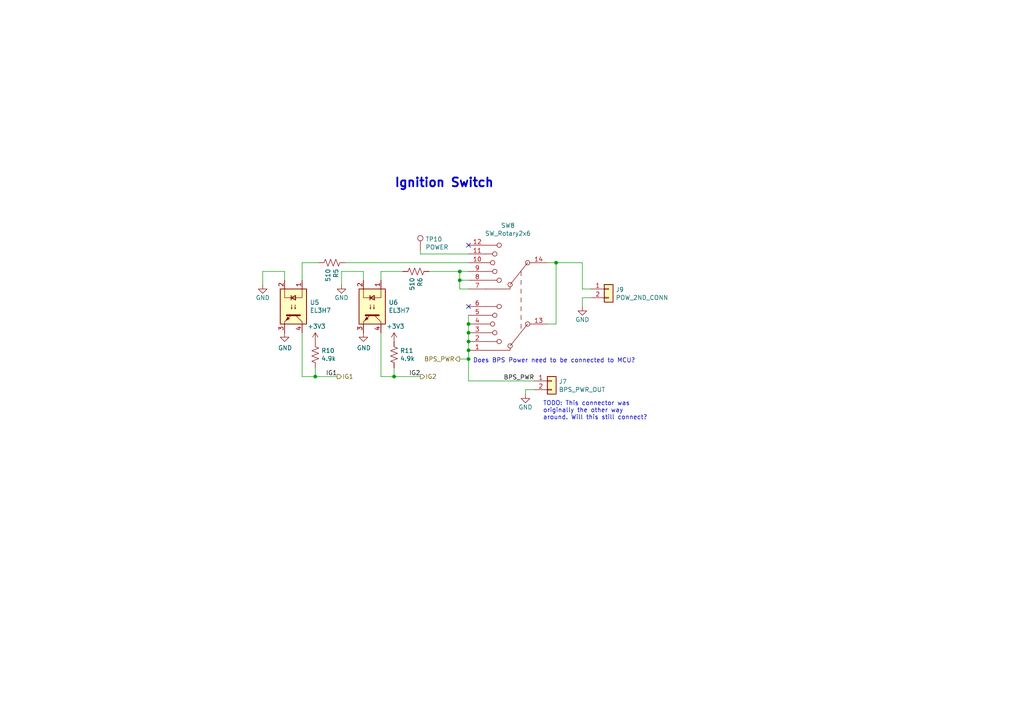
<source format=kicad_sch>
(kicad_sch (version 20230121) (generator eeschema)
  (paper "A4")
  (lib_symbols
    (symbol "Connector:TestPoint" (pin_numbers hide) (pin_names (offset 0.762) hide)
      (property "Reference" "TP" (at 0 6.858 0))
      (property "Value" "TestPoint" (at 0 5.08 0))
      (symbol "TestPoint_0_1"
        (circle (center 0 3.302) (radius 0.762))
      )
      (symbol "TestPoint_1_1"
        (pin passive line (at 0 0 90) (length 2.54) (name "1") (number "1"))
      )
    )
    (symbol "Connector_Generic:Conn_01x02" (pin_names (offset 1.016) hide)
      (property "Reference" "J" (at 0 2.54 0))
      (property "Value" "Conn_01x02" (at 0 -5.08 0))
      (symbol "Conn_01x02_1_1"
        (rectangle (start -1.27 -2.413) (end 0 -2.667) (stroke (width 0.1524)))
        (rectangle (start -1.27 0.127) (end 0 -0.127) (stroke (width 0.1524)))
        (rectangle (start -1.27 1.27) (end 1.27 -3.81) (stroke (width 0.254)) (fill (type background)))
        (pin passive line (at -5.08 0 0) (length 3.81) (name "Pin_1") (number "1"))
        (pin passive line (at -5.08 -2.54 0) (length 3.81) (name "Pin_2") (number "2"))
      )
    )
    (symbol "Device:R_US" (pin_numbers hide) (pin_names (offset 0))
      (property "Reference" "R" (at 2.54 0 90))
      (property "Value" "R_US" (at -2.54 0 90))
      (symbol "R_US_0_1"
        (polyline (pts (xy 0 -2.286) (xy 0 -2.54)))
        (polyline (pts (xy 0 2.286) (xy 0 2.54)))
        (polyline (pts (xy 0 -0.762) (xy 1.016 -1.143) (xy 0 -1.524) (xy -1.016 -1.905) (xy 0 -2.286)))
        (polyline (pts (xy 0 0.762) (xy 1.016 0.381) (xy 0 0) (xy -1.016 -0.381) (xy 0 -0.762)))
        (polyline (pts (xy 0 2.286) (xy 1.016 1.905) (xy 0 1.524) (xy -1.016 1.143) (xy 0 0.762)))
      )
      (symbol "R_US_1_1"
        (pin passive line (at 0 3.81 270) (length 1.27) (name "~") (number "1"))
        (pin passive line (at 0 -3.81 90) (length 1.27) (name "~") (number "2"))
      )
    )
    (symbol "GND_1" (power) (pin_names (offset 0))
      (property "Value" "GND_1" (at 0 -3.81 0))
      (symbol "GND_1_0_1"
        (polyline (pts (xy 0 0) (xy 0 -1.27) (xy 1.27 -1.27) (xy 0 -2.54) (xy -1.27 -1.27) (xy 0 -1.27)))
      )
      (symbol "GND_1_1_1"
        (pin power_in line (at 0 0 270) (length 0) hide (name "GND") (number "1"))
      )
    )
    (symbol "Isolator:SFH617A-1" (pin_names (offset 1.016))
      (property "Reference" "U" (at -5.08 5.08 0))
      (property "Value" "SFH617A-1" (at 0 5.08 0))
      (symbol "SFH617A-1_0_1"
        (rectangle (start -5.08 3.81) (end 5.08 -3.81) (stroke (width 0.254)) (fill (type background)))
        (polyline (pts (xy -3.175 -0.635) (xy -1.905 -0.635)) (stroke (width 0.254)))
        (polyline (pts (xy 2.54 0.635) (xy 4.445 2.54)))
        (polyline (pts (xy 4.445 -2.54) (xy 2.54 -0.635)) (fill (type outline)))
        (polyline (pts (xy 4.445 -2.54) (xy 5.08 -2.54)))
        (polyline (pts (xy 4.445 2.54) (xy 5.08 2.54)))
        (polyline (pts (xy -2.54 -0.635) (xy -2.54 -2.54) (xy -5.08 -2.54)))
        (polyline (pts (xy 2.54 1.905) (xy 2.54 -1.905) (xy 2.54 -1.905)) (stroke (width 0.508)))
        (polyline (pts (xy -5.08 2.54) (xy -2.54 2.54) (xy -2.54 -1.27) (xy -2.54 0.635)))
        (polyline (pts (xy -2.54 -0.635) (xy -3.175 0.635) (xy -1.905 0.635) (xy -2.54 -0.635)) (stroke (width 0.254)))
        (polyline (pts (xy -0.508 -0.508) (xy 0.762 -0.508) (xy 0.381 -0.635) (xy 0.381 -0.381) (xy 0.762 -0.508)))
        (polyline (pts (xy -0.508 0.508) (xy 0.762 0.508) (xy 0.381 0.381) (xy 0.381 0.635) (xy 0.762 0.508)))
        (polyline (pts (xy 3.048 -1.651) (xy 3.556 -1.143) (xy 4.064 -2.159) (xy 3.048 -1.651) (xy 3.048 -1.651)) (fill (type outline)))
      )
      (symbol "SFH617A-1_1_1"
        (pin passive line (at -7.62 2.54 0) (length 2.54) (name "~") (number "1"))
        (pin passive line (at -7.62 -2.54 0) (length 2.54) (name "~") (number "2"))
        (pin passive line (at 7.62 -2.54 180) (length 2.54) (name "~") (number "3"))
        (pin passive line (at 7.62 2.54 180) (length 2.54) (name "~") (number "4"))
      )
    )
    (symbol "Switch:SW_Rotary2x6" (pin_names (offset 1.016) hide)
      (property "Reference" "SW" (at 0 17.78 0))
      (property "Value" "SW_Rotary2x6" (at 0 -17.78 0))
      (symbol "SW_Rotary2x6_0_0"
        (circle (center -4.445 -10.16) (radius 0.635))
        (circle (center -4.445 7.62) (radius 0.635))
        (polyline (pts (xy -4.445 -10.16) (xy 0.635 -3.81)))
        (polyline (pts (xy -4.445 7.62) (xy 0.635 13.97)))
        (polyline (pts (xy -2.54 -7.62) (xy -2.54 -6.35)))
        (polyline (pts (xy -2.54 -5.08) (xy -2.54 -3.81)))
        (polyline (pts (xy -2.54 -2.54) (xy -2.54 -1.27)))
        (polyline (pts (xy -2.54 0) (xy -2.54 1.27)))
        (polyline (pts (xy -2.54 2.54) (xy -2.54 3.81)))
        (polyline (pts (xy -2.54 5.08) (xy -2.54 6.35)))
        (polyline (pts (xy -2.54 7.62) (xy -2.54 8.89)))
        (polyline (pts (xy 4.445 -5.08) (xy 7.62 -5.08)))
        (polyline (pts (xy 4.445 12.7) (xy 7.62 12.7)))
        (polyline (pts (xy 5.715 -12.7) (xy 7.62 -12.7)))
        (polyline (pts (xy 5.715 -7.62) (xy 7.62 -7.62)))
        (polyline (pts (xy 5.715 5.08) (xy 7.62 5.08)))
        (polyline (pts (xy 5.715 10.16) (xy 7.62 10.16)))
        (polyline (pts (xy 6.35 -10.16) (xy 7.62 -10.16)))
        (polyline (pts (xy 6.35 7.62) (xy 7.62 7.62)))
        (polyline (pts (xy 7.62 -15.24) (xy 4.445 -15.24)))
        (polyline (pts (xy 7.62 2.54) (xy 4.445 2.54)))
        (polyline (pts (xy 0.635 -3.175) (xy 0.635 -2.54) (xy 7.62 -2.54)))
        (polyline (pts (xy 0.635 14.605) (xy 0.635 15.24) (xy 7.62 15.24)))
        (circle (center 0.635 -3.81) (radius 0.635))
        (circle (center 0.635 13.97) (radius 0.635))
        (circle (center 3.81 -15.24) (radius 0.635))
        (circle (center 3.81 -5.08) (radius 0.635))
        (circle (center 3.81 2.54) (radius 0.635))
        (circle (center 3.81 12.7) (radius 0.635))
        (circle (center 5.08 -12.7) (radius 0.635))
        (circle (center 5.08 -7.62) (radius 0.635))
        (circle (center 5.08 5.08) (radius 0.635))
        (circle (center 5.08 10.16) (radius 0.635))
        (circle (center 5.715 -10.16) (radius 0.635))
        (circle (center 5.715 7.62) (radius 0.635))
      )
      (symbol "SW_Rotary2x6_0_1"
        (pin passive line (at 12.7 15.24 180) (length 5.08) (name "1") (number "1"))
        (pin passive line (at 12.7 -10.16 180) (length 5.08) (name "10") (number "10"))
        (pin passive line (at 12.7 -12.7 180) (length 5.08) (name "11") (number "11"))
        (pin passive line (at 12.7 -15.24 180) (length 5.08) (name "12") (number "12"))
        (pin passive line (at -10.16 7.62 0) (length 5.08) (name "13") (number "13"))
        (pin passive line (at -10.16 -10.16 0) (length 5.08) (name "14") (number "14"))
        (pin passive line (at 12.7 12.7 180) (length 5.08) (name "2") (number "2"))
        (pin passive line (at 12.7 10.16 180) (length 5.08) (name "3") (number "3"))
        (pin passive line (at 12.7 7.62 180) (length 5.08) (name "4") (number "4"))
        (pin passive line (at 12.7 5.08 180) (length 5.08) (name "5") (number "5"))
        (pin passive line (at 12.7 2.54 180) (length 5.08) (name "6") (number "6"))
        (pin passive line (at 12.7 -2.54 180) (length 5.08) (name "7") (number "7"))
        (pin passive line (at 12.7 -5.08 180) (length 5.08) (name "8") (number "8"))
        (pin passive line (at 12.7 -7.62 180) (length 5.08) (name "9") (number "9"))
      )
    )
    (symbol "power:+3.3V" (power) (pin_names (offset 0))
      (property "Value" "+3.3V" (at 0 3.556 0))
      (symbol "+3.3V_0_1"
        (polyline (pts (xy -0.762 1.27) (xy 0 2.54)))
        (polyline (pts (xy 0 0) (xy 0 2.54)))
        (polyline (pts (xy 0 2.54) (xy 0.762 1.27)))
      )
      (symbol "+3.3V_1_1"
        (pin power_in line (at 0 0 90) (length 0) hide (name "+3V3") (number "1"))
      )
    )
    (symbol "power:GND" (power) (pin_names (offset 0))
      (property "Value" "GND" (at 0 -3.81 0))
      (symbol "GND_0_1"
        (polyline (pts (xy 0 0) (xy 0 -1.27) (xy 1.27 -1.27) (xy 0 -2.54) (xy -1.27 -1.27) (xy 0 -1.27)))
      )
      (symbol "GND_1_1"
        (pin power_in line (at 0 0 270) (length 0) hide (name "GND") (number "1"))
      )
    )
  )
  (junction (at 133.35 81.28))
  (junction (at 161.29 76.2))
  (junction (at 135.89 99.06))
  (junction (at 91.44 109.22))
  (junction (at 114.3 109.22))
  (junction (at 135.89 104.14))
  (junction (at 133.35 78.74))
  (junction (at 135.89 93.98))
  (junction (at 135.89 96.52))
  (junction (at 135.89 101.6))
  (no_connect (at 135.89 71.12))
  (no_connect (at 135.89 88.9))
  (wire (pts (xy 135.89 93.98) (xy 135.89 96.52)))
  (wire (pts (xy 168.91 86.36) (xy 171.45 86.36)))
  (wire (pts (xy 133.35 83.82) (xy 133.35 81.28)))
  (wire (pts (xy 105.41 78.74) (xy 99.06 78.74)))
  (wire (pts (xy 135.89 91.44) (xy 135.89 93.98)))
  (wire (pts (xy 161.29 93.98) (xy 161.29 76.2)))
  (wire (pts (xy 168.91 76.2) (xy 168.91 83.82)))
  (wire (pts (xy 82.55 81.28) (xy 82.55 78.74)))
  (wire (pts (xy 82.55 78.74) (xy 76.2 78.74)))
  (wire (pts (xy 76.2 78.74) (xy 76.2 82.55)))
  (wire (pts (xy 135.89 83.82) (xy 133.35 83.82)))
  (wire (pts (xy 158.75 93.98) (xy 161.29 93.98)))
  (wire (pts (xy 135.89 99.06) (xy 135.89 101.6)))
  (wire (pts (xy 114.3 106.68) (xy 114.3 109.22)))
  (wire (pts (xy 105.41 81.28) (xy 105.41 78.74)))
  (wire (pts (xy 152.4 114.3) (xy 152.4 113.03)))
  (wire (pts (xy 154.94 110.49) (xy 135.89 110.49)))
  (wire (pts (xy 91.44 106.68) (xy 91.44 109.22)))
  (wire (pts (xy 171.45 83.82) (xy 168.91 83.82)))
  (wire (pts (xy 87.63 76.2) (xy 87.63 81.28)))
  (wire (pts (xy 161.29 76.2) (xy 168.91 76.2)))
  (wire (pts (xy 116.84 78.74) (xy 110.49 78.74)))
  (wire (pts (xy 87.63 96.52) (xy 87.63 109.22)))
  (wire (pts (xy 99.06 78.74) (xy 99.06 82.55)))
  (wire (pts (xy 121.92 73.66) (xy 121.92 72.39)))
  (wire (pts (xy 152.4 113.03) (xy 154.94 113.03)))
  (wire (pts (xy 135.89 81.28) (xy 133.35 81.28)))
  (wire (pts (xy 135.89 78.74) (xy 133.35 78.74)))
  (wire (pts (xy 87.63 109.22) (xy 91.44 109.22)))
  (wire (pts (xy 110.49 78.74) (xy 110.49 81.28)))
  (wire (pts (xy 158.75 76.2) (xy 161.29 76.2)))
  (wire (pts (xy 135.89 96.52) (xy 135.89 99.06)))
  (wire (pts (xy 121.92 73.66) (xy 135.89 73.66)))
  (wire (pts (xy 91.44 109.22) (xy 97.79 109.22)))
  (wire (pts (xy 133.35 104.14) (xy 135.89 104.14)))
  (wire (pts (xy 168.91 88.9) (xy 168.91 86.36)))
  (wire (pts (xy 135.89 101.6) (xy 135.89 104.14)))
  (wire (pts (xy 100.076 76.2) (xy 135.89 76.2)))
  (wire (pts (xy 114.3 109.22) (xy 121.92 109.22)))
  (wire (pts (xy 135.89 104.14) (xy 135.89 110.49)))
  (wire (pts (xy 133.35 81.28) (xy 133.35 78.74)))
  (wire (pts (xy 110.49 96.52) (xy 110.49 109.22)))
  (wire (pts (xy 133.35 78.74) (xy 124.46 78.74)))
  (wire (pts (xy 110.49 109.22) (xy 114.3 109.22)))
  (wire (pts (xy 87.63 76.2) (xy 92.456 76.2)))
  (text "Ignition Switch" (at 114.3 54.61 0) (effects (font (size 2.54 2.54) (thickness 0.508) bold) (justify left bottom)))
  (text "TODO: This connector was\noriginally the other way\naround. Will this still connect?" (at 157.48 121.92 0) (effects (font (size 1.27 1.27)) (justify left bottom)))
  (text "Does BPS Power need to be connected to MCU?" (at 137.16 105.41 0) (effects (font (size 1.27 1.27)) (justify left bottom)))
  (label "BPS_PWR" (at 146.05 110.49 0))
  (label "IG1" (at 97.79 109.22 180))
  (label "IG2" (at 121.92 109.22 180))
  (hierarchical_label "IG2" (shape output) (at 121.92 109.22 0))
  (hierarchical_label "IG1" (shape output) (at 97.79 109.22 0))
  (hierarchical_label "BPS_PWR" (shape output) (at 133.35 104.14 180))
  (symbol (lib_id "power:GND") (at 82.55 96.52 0) (unit 1)
    (property "Reference" "#PWR0148" (effects hide))
    (property "Value" "GND" (at 82.677 100.9142 0))
    (instances (project "Dashboard" (path "" (reference "#PWR0148") (unit 1))) (project "Controls-DaughterPCB" (path "" (reference "#PWR02") (unit 1))))
  )
  (symbol (lib_id "power:+3.3V") (at 114.3 99.06 0) (unit 1)
    (property "Reference" "#PWR0149" (effects hide))
    (property "Value" "+3.3V" (at 114.681 94.6658 0))
    (instances (project "Dashboard" (path "" (reference "#PWR0149") (unit 1))) (project "Controls-DaughterPCB" (path "" (reference "#PWR08") (unit 1))))
  )
  (symbol (lib_id "Isolator:SFH617A-1") (at 85.09 88.9 270) (unit 1)
    (property "Reference" "U5" (at 89.8652 87.7316 90) (effects (justify left)))
    (property "Value" "EL3H7" (at 89.8652 90.043 90) (effects (justify left)))
    (property "Footprint" "Package_SO:SOP-4_4.4x2.6mm_P1.27mm" (effects hide))
    (property "Mouser Part Number" "638-EL3H7DTAVG " (effects hide))
    (instances (project "Dashboard" (path "" (reference "U5") (unit 1))) (project "Controls-DaughterPCB" (path "" (reference "U1") (unit 1))))
  )
  (symbol (lib_id "power:+3.3V") (at 91.44 99.06 0) (unit 1)
    (property "Reference" "#PWR0150" (effects hide))
    (property "Value" "+3.3V" (at 91.821 94.6658 0))
    (instances (project "Dashboard" (path "" (reference "#PWR0150") (unit 1))) (project "Controls-DaughterPCB" (path "" (reference "#PWR03") (unit 1))))
  )
  (symbol (lib_id "Isolator:SFH617A-1") (at 107.95 88.9 270) (unit 1)
    (property "Reference" "U6" (at 112.7252 87.7316 90) (effects (justify left)))
    (property "Value" "EL3H7" (at 112.7252 90.043 90) (effects (justify left)))
    (property "Footprint" "Package_SO:SOP-4_4.4x2.6mm_P1.27mm" (effects hide))
    (property "Mouser Part Number" "638-EL3H7DTAVG " (effects hide))
    (instances (project "Dashboard" (path "" (reference "U6") (unit 1))) (project "Controls-DaughterPCB" (path "" (reference "U7") (unit 1))))
  )
  (symbol (lib_name "GND_1") (lib_id "power:GND") (at 99.06 82.55 0) (unit 1)
    (property "Reference" "#PWR09" (effects hide))
    (property "Value" "GND" (at 99.06 86.36 0))
  )
  (symbol (lib_name "GND_1") (lib_id "power:GND") (at 152.4 114.3 0) (unit 1)
    (property "Reference" "#PWR04" (effects hide))
    (property "Value" "GND" (at 152.4 118.11 0))
  )
  (symbol (lib_id "Device:R_US") (at 91.44 102.87 0) (unit 1)
    (property "Reference" "R10" (at 93.1672 101.7016 0) (effects (justify left)))
    (property "Value" "4.9k" (at 93.1672 104.013 0) (effects (justify left)))
    (property "Footprint" "Resistor_SMD:R_0805_2012Metric" (effects hide))
    (property "Mouser Part Number" "71-CRCW08054K99FKEAC " (effects hide))
    (instances (project "Dashboard" (path "" (reference "R10") (unit 1))) (project "Controls-DaughterPCB" (path "" (reference "R3") (unit 1))))
  )
  (symbol (lib_name "GND_1") (lib_id "power:GND") (at 168.91 88.9 0) (unit 1)
    (property "Reference" "#PWR01" (effects hide))
    (property "Value" "GND" (at 168.91 92.71 0))
  )
  (symbol (lib_id "Device:R_US") (at 114.3 102.87 0) (unit 1)
    (property "Reference" "R11" (at 116.0272 101.7016 0) (effects (justify left)))
    (property "Value" "4.9k" (at 116.0272 104.013 0) (effects (justify left)))
    (property "Footprint" "Resistor_SMD:R_0805_2012Metric" (effects hide))
    (property "Mouser Part Number" "71-CRCW08054K99FKEAC " (effects hide))
    (instances (project "Dashboard" (path "" (reference "R11") (unit 1))) (project "Controls-DaughterPCB" (path "" (reference "R29") (unit 1))))
  )
  (symbol (lib_name "GND_1") (lib_id "power:GND") (at 76.2 82.55 0) (unit 1)
    (property "Reference" "#PWR010" (effects hide))
    (property "Value" "GND" (at 76.2 86.36 0))
  )
  (symbol (lib_id "Device:R_US") (at 96.266 76.2 270) (unit 1)
    (property "Reference" "R5" (at 97.4344 77.9272 0) (effects (justify left)))
    (property "Value" "510" (at 95.123 77.9272 0) (effects (justify left)))
    (property "Footprint" "Resistor_SMD:R_0805_2012Metric" (effects hide))
    (property "Mouser Part Number" "71-CRCW08054K99FKEAC " (effects hide))
    (instances (project "Dashboard" (path "" (reference "R5") (unit 1))) (project "Controls-DaughterPCB" (path "" (reference "R28") (unit 1))))
  )
  (symbol (lib_id "power:GND") (at 105.41 96.52 0) (unit 1)
    (property "Reference" "#PWR0147" (effects hide))
    (property "Value" "GND" (at 105.537 100.9142 0))
    (instances (project "Dashboard" (path "" (reference "#PWR0147") (unit 1))) (project "Controls-DaughterPCB" (path "" (reference "#PWR05") (unit 1))))
  )
  (symbol (lib_id "Connector_Generic:Conn_01x02") (at 176.53 83.82 0) (unit 1)
    (property "Reference" "J9" (at 178.562 84.0232 0) (effects (justify left)))
    (property "Value" "POW_2ND_CONN" (at 178.562 86.3346 0) (effects (justify left)))
    (property "Footprint" "UTSVT_Connectors:Molex_MicroFit3.0_1x2xP3.00mm_PolarizingPeg_Vertical" (effects hide))
    (instances (project "Dashboard" (path "" (reference "J9") (unit 1))) (project "Controls-DaughterPCB" (path "" (reference "J4") (unit 1))))
  )
  (symbol (lib_id "Device:R_US") (at 120.65 78.74 270) (unit 1)
    (property "Reference" "R6" (at 121.8184 80.4672 0) (effects (justify left)))
    (property "Value" "510" (at 119.507 80.4672 0) (effects (justify left)))
    (property "Footprint" "Resistor_SMD:R_0805_2012Metric" (effects hide))
    (property "Mouser Part Number" "71-CRCW08054K99FKEAC " (effects hide))
    (instances (project "Dashboard" (path "" (reference "R6") (unit 1))) (project "Controls-DaughterPCB" (path "" (reference "R30") (unit 1))))
  )
  (symbol (lib_id "Connector:TestPoint") (at 121.92 72.39 0) (unit 1)
    (property "Reference" "TP10" (at 123.3932 69.3928 0) (effects (justify left)))
    (property "Value" "POWER" (at 123.3932 71.7042 0) (effects (justify left)))
    (property "Footprint" "TestPoint:TestPoint_Pad_1.5x1.5mm" (effects hide))
    (instances (project "Dashboard" (path "" (reference "TP10") (unit 1))) (project "Controls-DaughterPCB" (path "" (reference "TP4") (unit 1))))
  )
  (symbol (lib_id "Switch:SW_Rotary2x6") (at 148.59 86.36 180) (unit 1)
    (property "Reference" "SW8" (at 147.32 65.405 0))
    (property "Value" "SW_Rotary2x6" (at 147.32 67.7164 0))
    (property "Footprint" "Connector_Molex:Molex_Micro-Fit_3.0_43045-1412_2x07_P3.00mm_Vertical" (effects hide))
    (property "Datasheet" "https://www.mouser.com/datasheet/2/242/CK-681.pdf" (effects hide))
    (property "Mouser Part Number" "10WA325 " (effects hide))
    (instances (project "Dashboard" (path "" (reference "SW8") (unit 1))) (project "Controls-DaughterPCB" (path "" (reference "SW1") (unit 1))))
  )
  (symbol (lib_id "Connector_Generic:Conn_01x02") (at 160.02 110.49 0) (unit 1)
    (property "Reference" "J7" (at 162.052 110.6932 0) (effects (justify left)))
    (property "Value" "BPS_PWR_OUT" (at 162.052 113.0046 0) (effects (justify left)))
    (property "Footprint" "UTSVT_Connectors:Molex_MicroFit3.0_1x2xP3.00mm_PolarizingPeg_Vertical" (effects hide))
    (instances (project "Dashboard" (path "" (reference "J7") (unit 1))) (project "Controls-DaughterPCB" (path "" (reference "J3") (unit 1))))
  )
)
</source>
